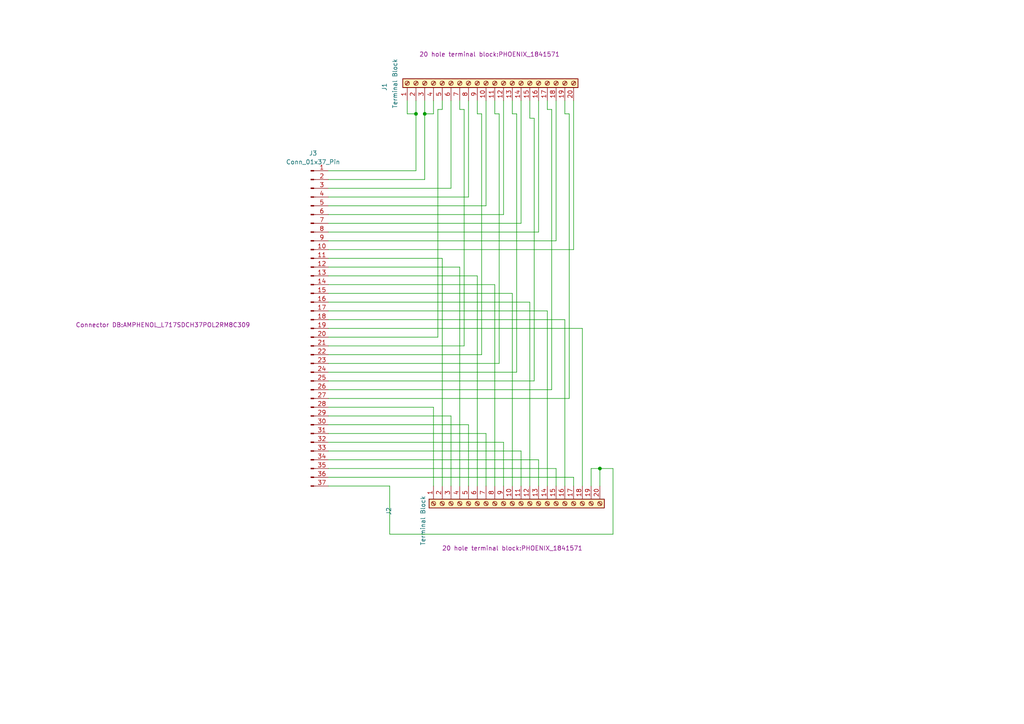
<source format=kicad_sch>
(kicad_sch (version 20231120) (generator "eeschema") (generator_version "8.0")
  (paper "A4")
  (lib_symbols
    (symbol "Connector:Conn_01x37_Pin" (pin_names (offset 1.016) hide)
      (property "Reference" "J" (at 0 48.26 0))
      (property "Value" "Conn_01x37_Pin" (at 0 -48.26 0))
      (symbol "Conn_01x37_Pin_1_1"
        (polyline (pts (xy 1.27 -45.72) (xy 0.8636 -45.72)) (stroke (width 0.1524)))
        (polyline (pts (xy 1.27 -43.18) (xy 0.8636 -43.18)) (stroke (width 0.1524)))
        (polyline (pts (xy 1.27 -40.64) (xy 0.8636 -40.64)) (stroke (width 0.1524)))
        (polyline (pts (xy 1.27 -38.1) (xy 0.8636 -38.1)) (stroke (width 0.1524)))
        (polyline (pts (xy 1.27 -35.56) (xy 0.8636 -35.56)) (stroke (width 0.1524)))
        (polyline (pts (xy 1.27 -33.02) (xy 0.8636 -33.02)) (stroke (width 0.1524)))
        (polyline (pts (xy 1.27 -30.48) (xy 0.8636 -30.48)) (stroke (width 0.1524)))
        (polyline (pts (xy 1.27 -27.94) (xy 0.8636 -27.94)) (stroke (width 0.1524)))
        (polyline (pts (xy 1.27 -25.4) (xy 0.8636 -25.4)) (stroke (width 0.1524)))
        (polyline (pts (xy 1.27 -22.86) (xy 0.8636 -22.86)) (stroke (width 0.1524)))
        (polyline (pts (xy 1.27 -20.32) (xy 0.8636 -20.32)) (stroke (width 0.1524)))
        (polyline (pts (xy 1.27 -17.78) (xy 0.8636 -17.78)) (stroke (width 0.1524)))
        (polyline (pts (xy 1.27 -15.24) (xy 0.8636 -15.24)) (stroke (width 0.1524)))
        (polyline (pts (xy 1.27 -12.7) (xy 0.8636 -12.7)) (stroke (width 0.1524)))
        (polyline (pts (xy 1.27 -10.16) (xy 0.8636 -10.16)) (stroke (width 0.1524)))
        (polyline (pts (xy 1.27 -7.62) (xy 0.8636 -7.62)) (stroke (width 0.1524)))
        (polyline (pts (xy 1.27 -5.08) (xy 0.8636 -5.08)) (stroke (width 0.1524)))
        (polyline (pts (xy 1.27 -2.54) (xy 0.8636 -2.54)) (stroke (width 0.1524)))
        (polyline (pts (xy 1.27 0) (xy 0.8636 0)) (stroke (width 0.1524)))
        (polyline (pts (xy 1.27 2.54) (xy 0.8636 2.54)) (stroke (width 0.1524)))
        (polyline (pts (xy 1.27 5.08) (xy 0.8636 5.08)) (stroke (width 0.1524)))
        (polyline (pts (xy 1.27 7.62) (xy 0.8636 7.62)) (stroke (width 0.1524)))
        (polyline (pts (xy 1.27 10.16) (xy 0.8636 10.16)) (stroke (width 0.1524)))
        (polyline (pts (xy 1.27 12.7) (xy 0.8636 12.7)) (stroke (width 0.1524)))
        (polyline (pts (xy 1.27 15.24) (xy 0.8636 15.24)) (stroke (width 0.1524)))
        (polyline (pts (xy 1.27 17.78) (xy 0.8636 17.78)) (stroke (width 0.1524)))
        (polyline (pts (xy 1.27 20.32) (xy 0.8636 20.32)) (stroke (width 0.1524)))
        (polyline (pts (xy 1.27 22.86) (xy 0.8636 22.86)) (stroke (width 0.1524)))
        (polyline (pts (xy 1.27 25.4) (xy 0.8636 25.4)) (stroke (width 0.1524)))
        (polyline (pts (xy 1.27 27.94) (xy 0.8636 27.94)) (stroke (width 0.1524)))
        (polyline (pts (xy 1.27 30.48) (xy 0.8636 30.48)) (stroke (width 0.1524)))
        (polyline (pts (xy 1.27 33.02) (xy 0.8636 33.02)) (stroke (width 0.1524)))
        (polyline (pts (xy 1.27 35.56) (xy 0.8636 35.56)) (stroke (width 0.1524)))
        (polyline (pts (xy 1.27 38.1) (xy 0.8636 38.1)) (stroke (width 0.1524)))
        (polyline (pts (xy 1.27 40.64) (xy 0.8636 40.64)) (stroke (width 0.1524)))
        (polyline (pts (xy 1.27 43.18) (xy 0.8636 43.18)) (stroke (width 0.1524)))
        (polyline (pts (xy 1.27 45.72) (xy 0.8636 45.72)) (stroke (width 0.1524)))
        (rectangle (start 0.8636 -45.593) (end 0 -45.847) (stroke (width 0.1524)) (fill (type outline)))
        (rectangle (start 0.8636 -43.053) (end 0 -43.307) (stroke (width 0.1524)) (fill (type outline)))
        (rectangle (start 0.8636 -40.513) (end 0 -40.767) (stroke (width 0.1524)) (fill (type outline)))
        (rectangle (start 0.8636 -37.973) (end 0 -38.227) (stroke (width 0.1524)) (fill (type outline)))
        (rectangle (start 0.8636 -35.433) (end 0 -35.687) (stroke (width 0.1524)) (fill (type outline)))
        (rectangle (start 0.8636 -32.893) (end 0 -33.147) (stroke (width 0.1524)) (fill (type outline)))
        (rectangle (start 0.8636 -30.353) (end 0 -30.607) (stroke (width 0.1524)) (fill (type outline)))
        (rectangle (start 0.8636 -27.813) (end 0 -28.067) (stroke (width 0.1524)) (fill (type outline)))
        (rectangle (start 0.8636 -25.273) (end 0 -25.527) (stroke (width 0.1524)) (fill (type outline)))
        (rectangle (start 0.8636 -22.733) (end 0 -22.987) (stroke (width 0.1524)) (fill (type outline)))
        (rectangle (start 0.8636 -20.193) (end 0 -20.447) (stroke (width 0.1524)) (fill (type outline)))
        (rectangle (start 0.8636 -17.653) (end 0 -17.907) (stroke (width 0.1524)) (fill (type outline)))
        (rectangle (start 0.8636 -15.113) (end 0 -15.367) (stroke (width 0.1524)) (fill (type outline)))
        (rectangle (start 0.8636 -12.573) (end 0 -12.827) (stroke (width 0.1524)) (fill (type outline)))
        (rectangle (start 0.8636 -10.033) (end 0 -10.287) (stroke (width 0.1524)) (fill (type outline)))
        (rectangle (start 0.8636 -7.493) (end 0 -7.747) (stroke (width 0.1524)) (fill (type outline)))
        (rectangle (start 0.8636 -4.953) (end 0 -5.207) (stroke (width 0.1524)) (fill (type outline)))
        (rectangle (start 0.8636 -2.413) (end 0 -2.667) (stroke (width 0.1524)) (fill (type outline)))
        (rectangle (start 0.8636 0.127) (end 0 -0.127) (stroke (width 0.1524)) (fill (type outline)))
        (rectangle (start 0.8636 2.667) (end 0 2.413) (stroke (width 0.1524)) (fill (type outline)))
        (rectangle (start 0.8636 5.207) (end 0 4.953) (stroke (width 0.1524)) (fill (type outline)))
        (rectangle (start 0.8636 7.747) (end 0 7.493) (stroke (width 0.1524)) (fill (type outline)))
        (rectangle (start 0.8636 10.287) (end 0 10.033) (stroke (width 0.1524)) (fill (type outline)))
        (rectangle (start 0.8636 12.827) (end 0 12.573) (stroke (width 0.1524)) (fill (type outline)))
        (rectangle (start 0.8636 15.367) (end 0 15.113) (stroke (width 0.1524)) (fill (type outline)))
        (rectangle (start 0.8636 17.907) (end 0 17.653) (stroke (width 0.1524)) (fill (type outline)))
        (rectangle (start 0.8636 20.447) (end 0 20.193) (stroke (width 0.1524)) (fill (type outline)))
        (rectangle (start 0.8636 22.987) (end 0 22.733) (stroke (width 0.1524)) (fill (type outline)))
        (rectangle (start 0.8636 25.527) (end 0 25.273) (stroke (width 0.1524)) (fill (type outline)))
        (rectangle (start 0.8636 28.067) (end 0 27.813) (stroke (width 0.1524)) (fill (type outline)))
        (rectangle (start 0.8636 30.607) (end 0 30.353) (stroke (width 0.1524)) (fill (type outline)))
        (rectangle (start 0.8636 33.147) (end 0 32.893) (stroke (width 0.1524)) (fill (type outline)))
        (rectangle (start 0.8636 35.687) (end 0 35.433) (stroke (width 0.1524)) (fill (type outline)))
        (rectangle (start 0.8636 38.227) (end 0 37.973) (stroke (width 0.1524)) (fill (type outline)))
        (rectangle (start 0.8636 40.767) (end 0 40.513) (stroke (width 0.1524)) (fill (type outline)))
        (rectangle (start 0.8636 43.307) (end 0 43.053) (stroke (width 0.1524)) (fill (type outline)))
        (rectangle (start 0.8636 45.847) (end 0 45.593) (stroke (width 0.1524)) (fill (type outline)))
        (pin passive line (at 5.08 45.72 180) (length 3.81) (name "Pin_1") (number "1"))
        (pin passive line (at 5.08 22.86 180) (length 3.81) (name "Pin_10") (number "10"))
        (pin passive line (at 5.08 20.32 180) (length 3.81) (name "Pin_11") (number "11"))
        (pin passive line (at 5.08 17.78 180) (length 3.81) (name "Pin_12") (number "12"))
        (pin passive line (at 5.08 15.24 180) (length 3.81) (name "Pin_13") (number "13"))
        (pin passive line (at 5.08 12.7 180) (length 3.81) (name "Pin_14") (number "14"))
        (pin passive line (at 5.08 10.16 180) (length 3.81) (name "Pin_15") (number "15"))
        (pin passive line (at 5.08 7.62 180) (length 3.81) (name "Pin_16") (number "16"))
        (pin passive line (at 5.08 5.08 180) (length 3.81) (name "Pin_17") (number "17"))
        (pin passive line (at 5.08 2.54 180) (length 3.81) (name "Pin_18") (number "18"))
        (pin passive line (at 5.08 0 180) (length 3.81) (name "Pin_19") (number "19"))
        (pin passive line (at 5.08 43.18 180) (length 3.81) (name "Pin_2") (number "2"))
        (pin passive line (at 5.08 -2.54 180) (length 3.81) (name "Pin_20") (number "20"))
        (pin passive line (at 5.08 -5.08 180) (length 3.81) (name "Pin_21") (number "21"))
        (pin passive line (at 5.08 -7.62 180) (length 3.81) (name "Pin_22") (number "22"))
        (pin passive line (at 5.08 -10.16 180) (length 3.81) (name "Pin_23") (number "23"))
        (pin passive line (at 5.08 -12.7 180) (length 3.81) (name "Pin_24") (number "24"))
        (pin passive line (at 5.08 -15.24 180) (length 3.81) (name "Pin_25") (number "25"))
        (pin passive line (at 5.08 -17.78 180) (length 3.81) (name "Pin_26") (number "26"))
        (pin passive line (at 5.08 -20.32 180) (length 3.81) (name "Pin_27") (number "27"))
        (pin passive line (at 5.08 -22.86 180) (length 3.81) (name "Pin_28") (number "28"))
        (pin passive line (at 5.08 -25.4 180) (length 3.81) (name "Pin_29") (number "29"))
        (pin passive line (at 5.08 40.64 180) (length 3.81) (name "Pin_3") (number "3"))
        (pin passive line (at 5.08 -27.94 180) (length 3.81) (name "Pin_30") (number "30"))
        (pin passive line (at 5.08 -30.48 180) (length 3.81) (name "Pin_31") (number "31"))
        (pin passive line (at 5.08 -33.02 180) (length 3.81) (name "Pin_32") (number "32"))
        (pin passive line (at 5.08 -35.56 180) (length 3.81) (name "Pin_33") (number "33"))
        (pin passive line (at 5.08 -38.1 180) (length 3.81) (name "Pin_34") (number "34"))
        (pin passive line (at 5.08 -40.64 180) (length 3.81) (name "Pin_35") (number "35"))
        (pin passive line (at 5.08 -43.18 180) (length 3.81) (name "Pin_36") (number "36"))
        (pin passive line (at 5.08 -45.72 180) (length 3.81) (name "Pin_37") (number "37"))
        (pin passive line (at 5.08 38.1 180) (length 3.81) (name "Pin_4") (number "4"))
        (pin passive line (at 5.08 35.56 180) (length 3.81) (name "Pin_5") (number "5"))
        (pin passive line (at 5.08 33.02 180) (length 3.81) (name "Pin_6") (number "6"))
        (pin passive line (at 5.08 30.48 180) (length 3.81) (name "Pin_7") (number "7"))
        (pin passive line (at 5.08 27.94 180) (length 3.81) (name "Pin_8") (number "8"))
        (pin passive line (at 5.08 25.4 180) (length 3.81) (name "Pin_9") (number "9"))
      )
    )
    (symbol "Connector:Screw_Terminal_01x20" (pin_names (offset 1.016) hide)
      (property "Reference" "J" (at 0 25.4 0))
      (property "Value" "Screw_Terminal_01x20" (at 0 -27.94 0))
      (symbol "Screw_Terminal_01x20_1_1"
        (rectangle (start -1.27 24.13) (end 1.27 -26.67) (stroke (width 0.254)) (fill (type background)))
        (circle (center 0 -25.4) (radius 0.635) (stroke (width 0.1524)))
        (circle (center 0 -22.86) (radius 0.635) (stroke (width 0.1524)))
        (circle (center 0 -20.32) (radius 0.635) (stroke (width 0.1524)))
        (circle (center 0 -17.78) (radius 0.635) (stroke (width 0.1524)))
        (circle (center 0 -15.24) (radius 0.635) (stroke (width 0.1524)))
        (circle (center 0 -12.7) (radius 0.635) (stroke (width 0.1524)))
        (circle (center 0 -10.16) (radius 0.635) (stroke (width 0.1524)))
        (circle (center 0 -7.62) (radius 0.635) (stroke (width 0.1524)))
        (circle (center 0 -5.08) (radius 0.635) (stroke (width 0.1524)))
        (circle (center 0 -2.54) (radius 0.635) (stroke (width 0.1524)))
        (polyline (pts (xy -0.5334 -25.0698) (xy 0.3302 -25.908)) (stroke (width 0.1524)))
        (polyline (pts (xy -0.5334 -22.5298) (xy 0.3302 -23.368)) (stroke (width 0.1524)))
        (polyline (pts (xy -0.5334 -19.9898) (xy 0.3302 -20.828)) (stroke (width 0.1524)))
        (polyline (pts (xy -0.5334 -17.4498) (xy 0.3302 -18.288)) (stroke (width 0.1524)))
        (polyline (pts (xy -0.5334 -14.9098) (xy 0.3302 -15.748)) (stroke (width 0.1524)))
        (polyline (pts (xy -0.5334 -12.3698) (xy 0.3302 -13.208)) (stroke (width 0.1524)))
        (polyline (pts (xy -0.5334 -9.8298) (xy 0.3302 -10.668)) (stroke (width 0.1524)))
        (polyline (pts (xy -0.5334 -7.2898) (xy 0.3302 -8.128)) (stroke (width 0.1524)))
        (polyline (pts (xy -0.5334 -4.7498) (xy 0.3302 -5.588)) (stroke (width 0.1524)))
        (polyline (pts (xy -0.5334 -2.2098) (xy 0.3302 -3.048)) (stroke (width 0.1524)))
        (polyline (pts (xy -0.5334 0.3302) (xy 0.3302 -0.508)) (stroke (width 0.1524)))
        (polyline (pts (xy -0.5334 2.8702) (xy 0.3302 2.032)) (stroke (width 0.1524)))
        (polyline (pts (xy -0.5334 5.4102) (xy 0.3302 4.572)) (stroke (width 0.1524)))
        (polyline (pts (xy -0.5334 7.9502) (xy 0.3302 7.112)) (stroke (width 0.1524)))
        (polyline (pts (xy -0.5334 10.4902) (xy 0.3302 9.652)) (stroke (width 0.1524)))
        (polyline (pts (xy -0.5334 13.0302) (xy 0.3302 12.192)) (stroke (width 0.1524)))
        (polyline (pts (xy -0.5334 15.5702) (xy 0.3302 14.732)) (stroke (width 0.1524)))
        (polyline (pts (xy -0.5334 18.1102) (xy 0.3302 17.272)) (stroke (width 0.1524)))
        (polyline (pts (xy -0.5334 20.6502) (xy 0.3302 19.812)) (stroke (width 0.1524)))
        (polyline (pts (xy -0.5334 23.1902) (xy 0.3302 22.352)) (stroke (width 0.1524)))
        (polyline (pts (xy -0.3556 -24.892) (xy 0.508 -25.7302)) (stroke (width 0.1524)))
        (polyline (pts (xy -0.3556 -22.352) (xy 0.508 -23.1902)) (stroke (width 0.1524)))
        (polyline (pts (xy -0.3556 -19.812) (xy 0.508 -20.6502)) (stroke (width 0.1524)))
        (polyline (pts (xy -0.3556 -17.272) (xy 0.508 -18.1102)) (stroke (width 0.1524)))
        (polyline (pts (xy -0.3556 -14.732) (xy 0.508 -15.5702)) (stroke (width 0.1524)))
        (polyline (pts (xy -0.3556 -12.192) (xy 0.508 -13.0302)) (stroke (width 0.1524)))
        (polyline (pts (xy -0.3556 -9.652) (xy 0.508 -10.4902)) (stroke (width 0.1524)))
        (polyline (pts (xy -0.3556 -7.112) (xy 0.508 -7.9502)) (stroke (width 0.1524)))
        (polyline (pts (xy -0.3556 -4.572) (xy 0.508 -5.4102)) (stroke (width 0.1524)))
        (polyline (pts (xy -0.3556 -2.032) (xy 0.508 -2.8702)) (stroke (width 0.1524)))
        (polyline (pts (xy -0.3556 0.508) (xy 0.508 -0.3302)) (stroke (width 0.1524)))
        (polyline (pts (xy -0.3556 3.048) (xy 0.508 2.2098)) (stroke (width 0.1524)))
        (polyline (pts (xy -0.3556 5.588) (xy 0.508 4.7498)) (stroke (width 0.1524)))
        (polyline (pts (xy -0.3556 8.128) (xy 0.508 7.2898)) (stroke (width 0.1524)))
        (polyline (pts (xy -0.3556 10.668) (xy 0.508 9.8298)) (stroke (width 0.1524)))
        (polyline (pts (xy -0.3556 13.208) (xy 0.508 12.3698)) (stroke (width 0.1524)))
        (polyline (pts (xy -0.3556 15.748) (xy 0.508 14.9098)) (stroke (width 0.1524)))
        (polyline (pts (xy -0.3556 18.288) (xy 0.508 17.4498)) (stroke (width 0.1524)))
        (polyline (pts (xy -0.3556 20.828) (xy 0.508 19.9898)) (stroke (width 0.1524)))
        (polyline (pts (xy -0.3556 23.368) (xy 0.508 22.5298)) (stroke (width 0.1524)))
        (circle (center 0 0) (radius 0.635) (stroke (width 0.1524)))
        (circle (center 0 2.54) (radius 0.635) (stroke (width 0.1524)))
        (circle (center 0 5.08) (radius 0.635) (stroke (width 0.1524)))
        (circle (center 0 7.62) (radius 0.635) (stroke (width 0.1524)))
        (circle (center 0 10.16) (radius 0.635) (stroke (width 0.1524)))
        (circle (center 0 12.7) (radius 0.635) (stroke (width 0.1524)))
        (circle (center 0 15.24) (radius 0.635) (stroke (width 0.1524)))
        (circle (center 0 17.78) (radius 0.635) (stroke (width 0.1524)))
        (circle (center 0 20.32) (radius 0.635) (stroke (width 0.1524)))
        (circle (center 0 22.86) (radius 0.635) (stroke (width 0.1524)))
        (pin passive line (at -5.08 22.86 0) (length 3.81) (name "Pin_1") (number "1"))
        (pin passive line (at -5.08 0 0) (length 3.81) (name "Pin_10") (number "10"))
        (pin passive line (at -5.08 -2.54 0) (length 3.81) (name "Pin_11") (number "11"))
        (pin passive line (at -5.08 -5.08 0) (length 3.81) (name "Pin_12") (number "12"))
        (pin passive line (at -5.08 -7.62 0) (length 3.81) (name "Pin_13") (number "13"))
        (pin passive line (at -5.08 -10.16 0) (length 3.81) (name "Pin_14") (number "14"))
        (pin passive line (at -5.08 -12.7 0) (length 3.81) (name "Pin_15") (number "15"))
        (pin passive line (at -5.08 -15.24 0) (length 3.81) (name "Pin_16") (number "16"))
        (pin passive line (at -5.08 -17.78 0) (length 3.81) (name "Pin_17") (number "17"))
        (pin passive line (at -5.08 -20.32 0) (length 3.81) (name "Pin_18") (number "18"))
        (pin passive line (at -5.08 -22.86 0) (length 3.81) (name "Pin_19") (number "19"))
        (pin passive line (at -5.08 20.32 0) (length 3.81) (name "Pin_2") (number "2"))
        (pin passive line (at -5.08 -25.4 0) (length 3.81) (name "Pin_20") (number "20"))
        (pin passive line (at -5.08 17.78 0) (length 3.81) (name "Pin_3") (number "3"))
        (pin passive line (at -5.08 15.24 0) (length 3.81) (name "Pin_4") (number "4"))
        (pin passive line (at -5.08 12.7 0) (length 3.81) (name "Pin_5") (number "5"))
        (pin passive line (at -5.08 10.16 0) (length 3.81) (name "Pin_6") (number "6"))
        (pin passive line (at -5.08 7.62 0) (length 3.81) (name "Pin_7") (number "7"))
        (pin passive line (at -5.08 5.08 0) (length 3.81) (name "Pin_8") (number "8"))
        (pin passive line (at -5.08 2.54 0) (length 3.81) (name "Pin_9") (number "9"))
      )
    )
  )
  (junction (at 173.99 135.89))
  (junction (at 120.65 33.02))
  (junction (at 123.19 33.02))
  (wire (pts (xy 128.27 31.75) (xy 128.27 29.21)))
  (wire (pts (xy 134.62 100.33) (xy 134.62 31.75)))
  (wire (pts (xy 161.29 135.89) (xy 161.29 140.97)))
  (wire (pts (xy 139.7 102.87) (xy 139.7 33.02)))
  (wire (pts (xy 165.1 115.57) (xy 165.1 33.02)))
  (wire (pts (xy 95.25 135.89) (xy 161.29 135.89)))
  (wire (pts (xy 95.25 115.57) (xy 165.1 115.57)))
  (wire (pts (xy 118.11 33.02) (xy 118.11 29.21)))
  (wire (pts (xy 161.29 69.85) (xy 161.29 29.21)))
  (wire (pts (xy 158.75 90.17) (xy 158.75 140.97)))
  (wire (pts (xy 95.25 90.17) (xy 158.75 90.17)))
  (wire (pts (xy 149.86 33.02) (xy 148.59 33.02)))
  (wire (pts (xy 160.02 113.03) (xy 160.02 31.75)))
  (wire (pts (xy 95.25 118.11) (xy 125.73 118.11)))
  (wire (pts (xy 153.67 87.63) (xy 153.67 140.97)))
  (wire (pts (xy 95.25 130.81) (xy 151.13 130.81)))
  (wire (pts (xy 144.78 105.41) (xy 144.78 33.02)))
  (wire (pts (xy 95.25 102.87) (xy 139.7 102.87)))
  (wire (pts (xy 113.03 154.94) (xy 177.8 154.94)))
  (wire (pts (xy 95.25 82.55) (xy 143.51 82.55)))
  (wire (pts (xy 135.89 57.15) (xy 135.89 29.21)))
  (wire (pts (xy 151.13 130.81) (xy 151.13 140.97)))
  (wire (pts (xy 95.25 92.71) (xy 163.83 92.71)))
  (wire (pts (xy 125.73 29.21) (xy 125.73 33.02)))
  (wire (pts (xy 95.25 107.95) (xy 149.86 107.95)))
  (wire (pts (xy 138.43 80.01) (xy 138.43 140.97)))
  (wire (pts (xy 135.89 123.19) (xy 135.89 140.97)))
  (wire (pts (xy 95.25 67.31) (xy 156.21 67.31)))
  (wire (pts (xy 144.78 33.02) (xy 143.51 33.02)))
  (wire (pts (xy 95.25 97.79) (xy 127 97.79)))
  (wire (pts (xy 171.45 135.89) (xy 173.99 135.89)))
  (wire (pts (xy 95.25 49.53) (xy 120.65 49.53)))
  (wire (pts (xy 95.25 72.39) (xy 166.37 72.39)))
  (wire (pts (xy 120.65 33.02) (xy 118.11 33.02)))
  (wire (pts (xy 95.25 77.47) (xy 133.35 77.47)))
  (wire (pts (xy 148.59 85.09) (xy 148.59 140.97)))
  (wire (pts (xy 156.21 67.31) (xy 156.21 29.21)))
  (wire (pts (xy 133.35 31.75) (xy 133.35 29.21)))
  (wire (pts (xy 95.25 128.27) (xy 146.05 128.27)))
  (wire (pts (xy 177.8 154.94) (xy 177.8 135.89)))
  (wire (pts (xy 139.7 33.02) (xy 138.43 33.02)))
  (wire (pts (xy 95.25 59.69) (xy 140.97 59.69)))
  (wire (pts (xy 130.81 120.65) (xy 130.81 140.97)))
  (wire (pts (xy 125.73 33.02) (xy 123.19 33.02)))
  (wire (pts (xy 146.05 62.23) (xy 146.05 29.21)))
  (wire (pts (xy 123.19 52.07) (xy 123.19 33.02)))
  (wire (pts (xy 95.25 74.93) (xy 128.27 74.93)))
  (wire (pts (xy 95.25 113.03) (xy 160.02 113.03)))
  (wire (pts (xy 95.25 64.77) (xy 151.13 64.77)))
  (wire (pts (xy 125.73 118.11) (xy 125.73 140.97)))
  (wire (pts (xy 95.25 125.73) (xy 140.97 125.73)))
  (wire (pts (xy 95.25 54.61) (xy 130.81 54.61)))
  (wire (pts (xy 95.25 62.23) (xy 146.05 62.23)))
  (wire (pts (xy 95.25 123.19) (xy 135.89 123.19)))
  (wire (pts (xy 173.99 135.89) (xy 173.99 140.97)))
  (wire (pts (xy 95.25 140.97) (xy 113.03 140.97)))
  (wire (pts (xy 154.94 110.49) (xy 154.94 34.29)))
  (wire (pts (xy 154.94 34.29) (xy 153.67 34.29)))
  (wire (pts (xy 95.25 133.35) (xy 156.21 133.35)))
  (wire (pts (xy 123.19 33.02) (xy 123.19 29.21)))
  (wire (pts (xy 133.35 77.47) (xy 133.35 140.97)))
  (wire (pts (xy 127 31.75) (xy 128.27 31.75)))
  (wire (pts (xy 177.8 135.89) (xy 173.99 135.89)))
  (wire (pts (xy 160.02 31.75) (xy 158.75 31.75)))
  (wire (pts (xy 148.59 33.02) (xy 148.59 29.21)))
  (wire (pts (xy 171.45 140.97) (xy 171.45 135.89)))
  (wire (pts (xy 138.43 33.02) (xy 138.43 29.21)))
  (wire (pts (xy 140.97 59.69) (xy 140.97 29.21)))
  (wire (pts (xy 95.25 110.49) (xy 154.94 110.49)))
  (wire (pts (xy 95.25 105.41) (xy 144.78 105.41)))
  (wire (pts (xy 95.25 85.09) (xy 148.59 85.09)))
  (wire (pts (xy 143.51 33.02) (xy 143.51 29.21)))
  (wire (pts (xy 95.25 52.07) (xy 123.19 52.07)))
  (wire (pts (xy 163.83 92.71) (xy 163.83 140.97)))
  (wire (pts (xy 120.65 33.02) (xy 120.65 29.21)))
  (wire (pts (xy 158.75 31.75) (xy 158.75 29.21)))
  (wire (pts (xy 165.1 33.02) (xy 163.83 33.02)))
  (wire (pts (xy 143.51 82.55) (xy 143.51 140.97)))
  (wire (pts (xy 95.25 57.15) (xy 135.89 57.15)))
  (wire (pts (xy 166.37 72.39) (xy 166.37 29.21)))
  (wire (pts (xy 149.86 107.95) (xy 149.86 33.02)))
  (wire (pts (xy 95.25 87.63) (xy 153.67 87.63)))
  (wire (pts (xy 113.03 140.97) (xy 113.03 154.94)))
  (wire (pts (xy 95.25 100.33) (xy 134.62 100.33)))
  (wire (pts (xy 120.65 49.53) (xy 120.65 33.02)))
  (wire (pts (xy 153.67 34.29) (xy 153.67 29.21)))
  (wire (pts (xy 95.25 95.25) (xy 168.91 95.25)))
  (wire (pts (xy 140.97 125.73) (xy 140.97 140.97)))
  (wire (pts (xy 95.25 69.85) (xy 161.29 69.85)))
  (wire (pts (xy 168.91 95.25) (xy 168.91 140.97)))
  (wire (pts (xy 166.37 138.43) (xy 166.37 140.97)))
  (wire (pts (xy 156.21 133.35) (xy 156.21 140.97)))
  (wire (pts (xy 95.25 120.65) (xy 130.81 120.65)))
  (wire (pts (xy 146.05 128.27) (xy 146.05 140.97)))
  (wire (pts (xy 128.27 74.93) (xy 128.27 140.97)))
  (wire (pts (xy 130.81 54.61) (xy 130.81 29.21)))
  (wire (pts (xy 95.25 138.43) (xy 166.37 138.43)))
  (wire (pts (xy 134.62 31.75) (xy 133.35 31.75)))
  (wire (pts (xy 163.83 33.02) (xy 163.83 29.21)))
  (wire (pts (xy 95.25 80.01) (xy 138.43 80.01)))
  (wire (pts (xy 151.13 64.77) (xy 151.13 29.21)))
  (wire (pts (xy 127 97.79) (xy 127 31.75)))
  (symbol (lib_id "Connector:Screw_Terminal_01x20") (at 148.59 146.05 90) (mirror x) (unit 1)
    (property "Reference" "J2" (at 112.776 147.066 0) (effects (justify left)))
    (property "Value" "Terminal Block" (at 122.682 143.764 0) (effects (justify left)))
    (property "Footprint" "20 hole terminal block:PHOENIX_1841571" (at 148.59 159.004 90))
    (property "Description" "Generic screw terminal, single row, 01x20, script generated (kicad-library-utils/schlib/autogen/connector/)" (effects (hide yes)))
  )
  (symbol (lib_id "Connector:Screw_Terminal_01x20") (at 140.97 24.13 90) (unit 1)
    (property "Reference" "J1" (at 111.506 26.416 0) (effects (justify left)))
    (property "Value" "Terminal Block" (at 114.554 31.496 0) (effects (justify left)))
    (property "Footprint" "20 hole terminal block:PHOENIX_1841571" (at 141.986 15.748 90))
    (property "Description" "Generic screw terminal, single row, 01x20, script generated (kicad-library-utils/schlib/autogen/connector/)" (effects (hide yes)))
  )
  (symbol (lib_id "Connector:Conn_01x37_Pin") (at 90.17 95.25 0) (unit 1)
    (property "Reference" "J3" (at 90.805 44.45 0))
    (property "Value" "Conn_01x37_Pin" (at 90.805 46.99 0))
    (property "Footprint" "Connector DB:AMPHENOL_L717SDCH37POL2RM8C309" (at 47.244 94.234 0))
    (property "Description" "Generic connector, single row, 01x37, script generated" (effects (hide yes)))
  )
)
</source>
